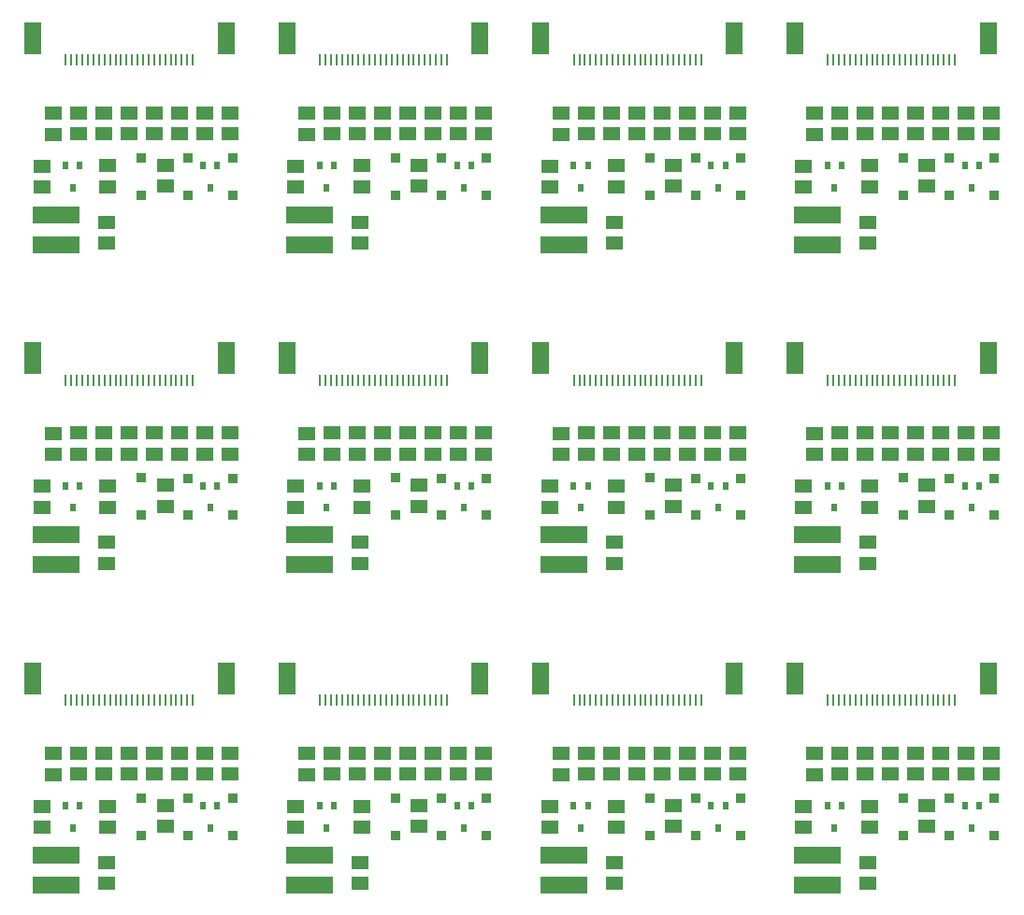
<source format=gtp>
G04 #@! TF.GenerationSoftware,KiCad,Pcbnew,no-vcs-found-91ed3e2~59~ubuntu16.04.1*
G04 #@! TF.CreationDate,2017-12-14T12:11:24+01:00*
G04 #@! TF.ProjectId,ESP32-epaper-adapter-pan,45535033322D6570617065722D616461,rev?*
G04 #@! TF.SameCoordinates,Original*
G04 #@! TF.FileFunction,Paste,Top*
G04 #@! TF.FilePolarity,Positive*
%FSLAX46Y46*%
G04 Gerber Fmt 4.6, Leading zero omitted, Abs format (unit mm)*
G04 Created by KiCad (PCBNEW no-vcs-found-91ed3e2~59~ubuntu16.04.1) date Thu Dec 14 12:11:24 2017*
%MOMM*%
%LPD*%
G01*
G04 APERTURE LIST*
%ADD10R,0.850900X0.850900*%
%ADD11R,1.498600X1.300480*%
%ADD12R,0.599440X0.800100*%
%ADD13R,4.200000X1.500000*%
%ADD14R,0.269240X1.000760*%
%ADD15R,1.500000X3.000000*%
G04 APERTURE END LIST*
D10*
X85526000Y-169923860D03*
X85526000Y-166576140D03*
X89590000Y-169923860D03*
X89590000Y-166576140D03*
D11*
X72318000Y-169202500D03*
X72318000Y-167297500D03*
D12*
X86907760Y-167249240D03*
X87558000Y-169250760D03*
X88208240Y-167249240D03*
D11*
X78314000Y-167289500D03*
X78314000Y-169194500D03*
X89336000Y-164376500D03*
X89336000Y-162471500D03*
X84764000Y-162471500D03*
X84764000Y-164376500D03*
X80192000Y-164376500D03*
X80192000Y-162471500D03*
X77906000Y-162471500D03*
X77906000Y-164376500D03*
X75620000Y-164376500D03*
X75620000Y-162471500D03*
X73334000Y-162535000D03*
X73334000Y-164440000D03*
X87050000Y-164376500D03*
X87050000Y-162471500D03*
X82478000Y-164376500D03*
X82478000Y-162471500D03*
X83494000Y-169139000D03*
X83494000Y-167234000D03*
X78160000Y-174282500D03*
X78160000Y-172377500D03*
D13*
X73588000Y-174426000D03*
X73588000Y-171726000D03*
D14*
X74506000Y-157710000D03*
X75006000Y-157710000D03*
X75506000Y-157710000D03*
X76006000Y-157710000D03*
X76506000Y-157710000D03*
X77006000Y-157710000D03*
X77506000Y-157710000D03*
X78006000Y-157710000D03*
X78506000Y-157710000D03*
X79006000Y-157710000D03*
X79506000Y-157710000D03*
X80006000Y-157710000D03*
X80506000Y-157710000D03*
X81006000Y-157710000D03*
X81506000Y-157710000D03*
X82006000Y-157710000D03*
X82506000Y-157710000D03*
X83006000Y-157710000D03*
X83506000Y-157710000D03*
X84006000Y-157710000D03*
X84506000Y-157710000D03*
X85006000Y-157710000D03*
X85506000Y-157710000D03*
X86006000Y-157710000D03*
D15*
X89006000Y-155710000D03*
X71506000Y-155710000D03*
D10*
X81362000Y-166568140D03*
X81362000Y-169915860D03*
D12*
X75762240Y-167249240D03*
X75112000Y-169250760D03*
X74461760Y-167249240D03*
X97461760Y-167249240D03*
X98112000Y-169250760D03*
X98762240Y-167249240D03*
D10*
X104362000Y-169915860D03*
X104362000Y-166568140D03*
D15*
X94506000Y-155710000D03*
X112006000Y-155710000D03*
D14*
X109006000Y-157710000D03*
X108506000Y-157710000D03*
X108006000Y-157710000D03*
X107506000Y-157710000D03*
X107006000Y-157710000D03*
X106506000Y-157710000D03*
X106006000Y-157710000D03*
X105506000Y-157710000D03*
X105006000Y-157710000D03*
X104506000Y-157710000D03*
X104006000Y-157710000D03*
X103506000Y-157710000D03*
X103006000Y-157710000D03*
X102506000Y-157710000D03*
X102006000Y-157710000D03*
X101506000Y-157710000D03*
X101006000Y-157710000D03*
X100506000Y-157710000D03*
X100006000Y-157710000D03*
X99506000Y-157710000D03*
X99006000Y-157710000D03*
X98506000Y-157710000D03*
X98006000Y-157710000D03*
X97506000Y-157710000D03*
D13*
X96588000Y-171726000D03*
X96588000Y-174426000D03*
D11*
X101160000Y-172377500D03*
X101160000Y-174282500D03*
X106494000Y-167234000D03*
X106494000Y-169139000D03*
X105478000Y-162471500D03*
X105478000Y-164376500D03*
X110050000Y-162471500D03*
X110050000Y-164376500D03*
X96334000Y-164440000D03*
X96334000Y-162535000D03*
X98620000Y-162471500D03*
X98620000Y-164376500D03*
X100906000Y-164376500D03*
X100906000Y-162471500D03*
X103192000Y-162471500D03*
X103192000Y-164376500D03*
X107764000Y-164376500D03*
X107764000Y-162471500D03*
X112336000Y-162471500D03*
X112336000Y-164376500D03*
X101314000Y-169194500D03*
X101314000Y-167289500D03*
D12*
X111208240Y-167249240D03*
X110558000Y-169250760D03*
X109907760Y-167249240D03*
D11*
X95318000Y-167297500D03*
X95318000Y-169202500D03*
D10*
X112590000Y-166576140D03*
X112590000Y-169923860D03*
X108526000Y-166576140D03*
X108526000Y-169923860D03*
X62526000Y-169923860D03*
X62526000Y-166576140D03*
X66590000Y-169923860D03*
X66590000Y-166576140D03*
D11*
X49318000Y-169202500D03*
X49318000Y-167297500D03*
D12*
X63907760Y-167249240D03*
X64558000Y-169250760D03*
X65208240Y-167249240D03*
D11*
X55314000Y-167289500D03*
X55314000Y-169194500D03*
X66336000Y-164376500D03*
X66336000Y-162471500D03*
X61764000Y-162471500D03*
X61764000Y-164376500D03*
X57192000Y-164376500D03*
X57192000Y-162471500D03*
X54906000Y-162471500D03*
X54906000Y-164376500D03*
X52620000Y-164376500D03*
X52620000Y-162471500D03*
X50334000Y-162535000D03*
X50334000Y-164440000D03*
X64050000Y-164376500D03*
X64050000Y-162471500D03*
X59478000Y-164376500D03*
X59478000Y-162471500D03*
X60494000Y-169139000D03*
X60494000Y-167234000D03*
X55160000Y-174282500D03*
X55160000Y-172377500D03*
D13*
X50588000Y-174426000D03*
X50588000Y-171726000D03*
D14*
X51506000Y-157710000D03*
X52006000Y-157710000D03*
X52506000Y-157710000D03*
X53006000Y-157710000D03*
X53506000Y-157710000D03*
X54006000Y-157710000D03*
X54506000Y-157710000D03*
X55006000Y-157710000D03*
X55506000Y-157710000D03*
X56006000Y-157710000D03*
X56506000Y-157710000D03*
X57006000Y-157710000D03*
X57506000Y-157710000D03*
X58006000Y-157710000D03*
X58506000Y-157710000D03*
X59006000Y-157710000D03*
X59506000Y-157710000D03*
X60006000Y-157710000D03*
X60506000Y-157710000D03*
X61006000Y-157710000D03*
X61506000Y-157710000D03*
X62006000Y-157710000D03*
X62506000Y-157710000D03*
X63006000Y-157710000D03*
D15*
X66006000Y-155710000D03*
X48506000Y-155710000D03*
D10*
X58362000Y-166568140D03*
X58362000Y-169915860D03*
D12*
X52762240Y-167249240D03*
X52112000Y-169250760D03*
X51461760Y-167249240D03*
X28461760Y-167249240D03*
X29112000Y-169250760D03*
X29762240Y-167249240D03*
D10*
X35362000Y-169915860D03*
X35362000Y-166568140D03*
D15*
X25506000Y-155710000D03*
X43006000Y-155710000D03*
D14*
X40006000Y-157710000D03*
X39506000Y-157710000D03*
X39006000Y-157710000D03*
X38506000Y-157710000D03*
X38006000Y-157710000D03*
X37506000Y-157710000D03*
X37006000Y-157710000D03*
X36506000Y-157710000D03*
X36006000Y-157710000D03*
X35506000Y-157710000D03*
X35006000Y-157710000D03*
X34506000Y-157710000D03*
X34006000Y-157710000D03*
X33506000Y-157710000D03*
X33006000Y-157710000D03*
X32506000Y-157710000D03*
X32006000Y-157710000D03*
X31506000Y-157710000D03*
X31006000Y-157710000D03*
X30506000Y-157710000D03*
X30006000Y-157710000D03*
X29506000Y-157710000D03*
X29006000Y-157710000D03*
X28506000Y-157710000D03*
D13*
X27588000Y-171726000D03*
X27588000Y-174426000D03*
D11*
X32160000Y-172377500D03*
X32160000Y-174282500D03*
X37494000Y-167234000D03*
X37494000Y-169139000D03*
X36478000Y-162471500D03*
X36478000Y-164376500D03*
X41050000Y-162471500D03*
X41050000Y-164376500D03*
X27334000Y-164440000D03*
X27334000Y-162535000D03*
X29620000Y-162471500D03*
X29620000Y-164376500D03*
X31906000Y-164376500D03*
X31906000Y-162471500D03*
X34192000Y-162471500D03*
X34192000Y-164376500D03*
X38764000Y-164376500D03*
X38764000Y-162471500D03*
X43336000Y-162471500D03*
X43336000Y-164376500D03*
X32314000Y-169194500D03*
X32314000Y-167289500D03*
D12*
X42208240Y-167249240D03*
X41558000Y-169250760D03*
X40907760Y-167249240D03*
D11*
X26318000Y-167297500D03*
X26318000Y-169202500D03*
D10*
X43590000Y-166576140D03*
X43590000Y-169923860D03*
X39526000Y-166576140D03*
X39526000Y-169923860D03*
X85526000Y-140923860D03*
X85526000Y-137576140D03*
X89590000Y-140923860D03*
X89590000Y-137576140D03*
D11*
X72318000Y-140202500D03*
X72318000Y-138297500D03*
D12*
X86907760Y-138249240D03*
X87558000Y-140250760D03*
X88208240Y-138249240D03*
D11*
X78314000Y-138289500D03*
X78314000Y-140194500D03*
X89336000Y-135376500D03*
X89336000Y-133471500D03*
X84764000Y-133471500D03*
X84764000Y-135376500D03*
X80192000Y-135376500D03*
X80192000Y-133471500D03*
X77906000Y-133471500D03*
X77906000Y-135376500D03*
X75620000Y-135376500D03*
X75620000Y-133471500D03*
X73334000Y-133535000D03*
X73334000Y-135440000D03*
X87050000Y-135376500D03*
X87050000Y-133471500D03*
X82478000Y-135376500D03*
X82478000Y-133471500D03*
X83494000Y-140139000D03*
X83494000Y-138234000D03*
X78160000Y-145282500D03*
X78160000Y-143377500D03*
D13*
X73588000Y-145426000D03*
X73588000Y-142726000D03*
D14*
X74506000Y-128710000D03*
X75006000Y-128710000D03*
X75506000Y-128710000D03*
X76006000Y-128710000D03*
X76506000Y-128710000D03*
X77006000Y-128710000D03*
X77506000Y-128710000D03*
X78006000Y-128710000D03*
X78506000Y-128710000D03*
X79006000Y-128710000D03*
X79506000Y-128710000D03*
X80006000Y-128710000D03*
X80506000Y-128710000D03*
X81006000Y-128710000D03*
X81506000Y-128710000D03*
X82006000Y-128710000D03*
X82506000Y-128710000D03*
X83006000Y-128710000D03*
X83506000Y-128710000D03*
X84006000Y-128710000D03*
X84506000Y-128710000D03*
X85006000Y-128710000D03*
X85506000Y-128710000D03*
X86006000Y-128710000D03*
D15*
X89006000Y-126710000D03*
X71506000Y-126710000D03*
D10*
X81362000Y-137568140D03*
X81362000Y-140915860D03*
D12*
X75762240Y-138249240D03*
X75112000Y-140250760D03*
X74461760Y-138249240D03*
X97461760Y-138249240D03*
X98112000Y-140250760D03*
X98762240Y-138249240D03*
D10*
X104362000Y-140915860D03*
X104362000Y-137568140D03*
D15*
X94506000Y-126710000D03*
X112006000Y-126710000D03*
D14*
X109006000Y-128710000D03*
X108506000Y-128710000D03*
X108006000Y-128710000D03*
X107506000Y-128710000D03*
X107006000Y-128710000D03*
X106506000Y-128710000D03*
X106006000Y-128710000D03*
X105506000Y-128710000D03*
X105006000Y-128710000D03*
X104506000Y-128710000D03*
X104006000Y-128710000D03*
X103506000Y-128710000D03*
X103006000Y-128710000D03*
X102506000Y-128710000D03*
X102006000Y-128710000D03*
X101506000Y-128710000D03*
X101006000Y-128710000D03*
X100506000Y-128710000D03*
X100006000Y-128710000D03*
X99506000Y-128710000D03*
X99006000Y-128710000D03*
X98506000Y-128710000D03*
X98006000Y-128710000D03*
X97506000Y-128710000D03*
D13*
X96588000Y-142726000D03*
X96588000Y-145426000D03*
D11*
X101160000Y-143377500D03*
X101160000Y-145282500D03*
X106494000Y-138234000D03*
X106494000Y-140139000D03*
X105478000Y-133471500D03*
X105478000Y-135376500D03*
X110050000Y-133471500D03*
X110050000Y-135376500D03*
X96334000Y-135440000D03*
X96334000Y-133535000D03*
X98620000Y-133471500D03*
X98620000Y-135376500D03*
X100906000Y-135376500D03*
X100906000Y-133471500D03*
X103192000Y-133471500D03*
X103192000Y-135376500D03*
X107764000Y-135376500D03*
X107764000Y-133471500D03*
X112336000Y-133471500D03*
X112336000Y-135376500D03*
X101314000Y-140194500D03*
X101314000Y-138289500D03*
D12*
X111208240Y-138249240D03*
X110558000Y-140250760D03*
X109907760Y-138249240D03*
D11*
X95318000Y-138297500D03*
X95318000Y-140202500D03*
D10*
X112590000Y-137576140D03*
X112590000Y-140923860D03*
X108526000Y-137576140D03*
X108526000Y-140923860D03*
X62526000Y-140923860D03*
X62526000Y-137576140D03*
X66590000Y-140923860D03*
X66590000Y-137576140D03*
D11*
X49318000Y-140202500D03*
X49318000Y-138297500D03*
D12*
X63907760Y-138249240D03*
X64558000Y-140250760D03*
X65208240Y-138249240D03*
D11*
X55314000Y-138289500D03*
X55314000Y-140194500D03*
X66336000Y-135376500D03*
X66336000Y-133471500D03*
X61764000Y-133471500D03*
X61764000Y-135376500D03*
X57192000Y-135376500D03*
X57192000Y-133471500D03*
X54906000Y-133471500D03*
X54906000Y-135376500D03*
X52620000Y-135376500D03*
X52620000Y-133471500D03*
X50334000Y-133535000D03*
X50334000Y-135440000D03*
X64050000Y-135376500D03*
X64050000Y-133471500D03*
X59478000Y-135376500D03*
X59478000Y-133471500D03*
X60494000Y-140139000D03*
X60494000Y-138234000D03*
X55160000Y-145282500D03*
X55160000Y-143377500D03*
D13*
X50588000Y-145426000D03*
X50588000Y-142726000D03*
D14*
X51506000Y-128710000D03*
X52006000Y-128710000D03*
X52506000Y-128710000D03*
X53006000Y-128710000D03*
X53506000Y-128710000D03*
X54006000Y-128710000D03*
X54506000Y-128710000D03*
X55006000Y-128710000D03*
X55506000Y-128710000D03*
X56006000Y-128710000D03*
X56506000Y-128710000D03*
X57006000Y-128710000D03*
X57506000Y-128710000D03*
X58006000Y-128710000D03*
X58506000Y-128710000D03*
X59006000Y-128710000D03*
X59506000Y-128710000D03*
X60006000Y-128710000D03*
X60506000Y-128710000D03*
X61006000Y-128710000D03*
X61506000Y-128710000D03*
X62006000Y-128710000D03*
X62506000Y-128710000D03*
X63006000Y-128710000D03*
D15*
X66006000Y-126710000D03*
X48506000Y-126710000D03*
D10*
X58362000Y-137568140D03*
X58362000Y-140915860D03*
D12*
X52762240Y-138249240D03*
X52112000Y-140250760D03*
X51461760Y-138249240D03*
X28461760Y-138249240D03*
X29112000Y-140250760D03*
X29762240Y-138249240D03*
D10*
X35362000Y-140915860D03*
X35362000Y-137568140D03*
D15*
X25506000Y-126710000D03*
X43006000Y-126710000D03*
D14*
X40006000Y-128710000D03*
X39506000Y-128710000D03*
X39006000Y-128710000D03*
X38506000Y-128710000D03*
X38006000Y-128710000D03*
X37506000Y-128710000D03*
X37006000Y-128710000D03*
X36506000Y-128710000D03*
X36006000Y-128710000D03*
X35506000Y-128710000D03*
X35006000Y-128710000D03*
X34506000Y-128710000D03*
X34006000Y-128710000D03*
X33506000Y-128710000D03*
X33006000Y-128710000D03*
X32506000Y-128710000D03*
X32006000Y-128710000D03*
X31506000Y-128710000D03*
X31006000Y-128710000D03*
X30506000Y-128710000D03*
X30006000Y-128710000D03*
X29506000Y-128710000D03*
X29006000Y-128710000D03*
X28506000Y-128710000D03*
D13*
X27588000Y-142726000D03*
X27588000Y-145426000D03*
D11*
X32160000Y-143377500D03*
X32160000Y-145282500D03*
X37494000Y-138234000D03*
X37494000Y-140139000D03*
X36478000Y-133471500D03*
X36478000Y-135376500D03*
X41050000Y-133471500D03*
X41050000Y-135376500D03*
X27334000Y-135440000D03*
X27334000Y-133535000D03*
X29620000Y-133471500D03*
X29620000Y-135376500D03*
X31906000Y-135376500D03*
X31906000Y-133471500D03*
X34192000Y-133471500D03*
X34192000Y-135376500D03*
X38764000Y-135376500D03*
X38764000Y-133471500D03*
X43336000Y-133471500D03*
X43336000Y-135376500D03*
X32314000Y-140194500D03*
X32314000Y-138289500D03*
D12*
X42208240Y-138249240D03*
X41558000Y-140250760D03*
X40907760Y-138249240D03*
D11*
X26318000Y-138297500D03*
X26318000Y-140202500D03*
D10*
X43590000Y-137576140D03*
X43590000Y-140923860D03*
X39526000Y-137576140D03*
X39526000Y-140923860D03*
X85526000Y-111923860D03*
X85526000Y-108576140D03*
X89590000Y-111923860D03*
X89590000Y-108576140D03*
D11*
X72318000Y-111202500D03*
X72318000Y-109297500D03*
D12*
X86907760Y-109249240D03*
X87558000Y-111250760D03*
X88208240Y-109249240D03*
D11*
X78314000Y-109289500D03*
X78314000Y-111194500D03*
X89336000Y-106376500D03*
X89336000Y-104471500D03*
X84764000Y-104471500D03*
X84764000Y-106376500D03*
X80192000Y-106376500D03*
X80192000Y-104471500D03*
X77906000Y-104471500D03*
X77906000Y-106376500D03*
X75620000Y-106376500D03*
X75620000Y-104471500D03*
X73334000Y-104535000D03*
X73334000Y-106440000D03*
X87050000Y-106376500D03*
X87050000Y-104471500D03*
X82478000Y-106376500D03*
X82478000Y-104471500D03*
X83494000Y-111139000D03*
X83494000Y-109234000D03*
X78160000Y-116282500D03*
X78160000Y-114377500D03*
D13*
X73588000Y-116426000D03*
X73588000Y-113726000D03*
D14*
X74506000Y-99710000D03*
X75006000Y-99710000D03*
X75506000Y-99710000D03*
X76006000Y-99710000D03*
X76506000Y-99710000D03*
X77006000Y-99710000D03*
X77506000Y-99710000D03*
X78006000Y-99710000D03*
X78506000Y-99710000D03*
X79006000Y-99710000D03*
X79506000Y-99710000D03*
X80006000Y-99710000D03*
X80506000Y-99710000D03*
X81006000Y-99710000D03*
X81506000Y-99710000D03*
X82006000Y-99710000D03*
X82506000Y-99710000D03*
X83006000Y-99710000D03*
X83506000Y-99710000D03*
X84006000Y-99710000D03*
X84506000Y-99710000D03*
X85006000Y-99710000D03*
X85506000Y-99710000D03*
X86006000Y-99710000D03*
D15*
X89006000Y-97710000D03*
X71506000Y-97710000D03*
D10*
X81362000Y-108568140D03*
X81362000Y-111915860D03*
D12*
X75762240Y-109249240D03*
X75112000Y-111250760D03*
X74461760Y-109249240D03*
X97461760Y-109249240D03*
X98112000Y-111250760D03*
X98762240Y-109249240D03*
D10*
X104362000Y-111915860D03*
X104362000Y-108568140D03*
D15*
X94506000Y-97710000D03*
X112006000Y-97710000D03*
D14*
X109006000Y-99710000D03*
X108506000Y-99710000D03*
X108006000Y-99710000D03*
X107506000Y-99710000D03*
X107006000Y-99710000D03*
X106506000Y-99710000D03*
X106006000Y-99710000D03*
X105506000Y-99710000D03*
X105006000Y-99710000D03*
X104506000Y-99710000D03*
X104006000Y-99710000D03*
X103506000Y-99710000D03*
X103006000Y-99710000D03*
X102506000Y-99710000D03*
X102006000Y-99710000D03*
X101506000Y-99710000D03*
X101006000Y-99710000D03*
X100506000Y-99710000D03*
X100006000Y-99710000D03*
X99506000Y-99710000D03*
X99006000Y-99710000D03*
X98506000Y-99710000D03*
X98006000Y-99710000D03*
X97506000Y-99710000D03*
D13*
X96588000Y-113726000D03*
X96588000Y-116426000D03*
D11*
X101160000Y-114377500D03*
X101160000Y-116282500D03*
X106494000Y-109234000D03*
X106494000Y-111139000D03*
X105478000Y-104471500D03*
X105478000Y-106376500D03*
X110050000Y-104471500D03*
X110050000Y-106376500D03*
X96334000Y-106440000D03*
X96334000Y-104535000D03*
X98620000Y-104471500D03*
X98620000Y-106376500D03*
X100906000Y-106376500D03*
X100906000Y-104471500D03*
X103192000Y-104471500D03*
X103192000Y-106376500D03*
X107764000Y-106376500D03*
X107764000Y-104471500D03*
X112336000Y-104471500D03*
X112336000Y-106376500D03*
X101314000Y-111194500D03*
X101314000Y-109289500D03*
D12*
X111208240Y-109249240D03*
X110558000Y-111250760D03*
X109907760Y-109249240D03*
D11*
X95318000Y-109297500D03*
X95318000Y-111202500D03*
D10*
X112590000Y-108576140D03*
X112590000Y-111923860D03*
X108526000Y-108576140D03*
X108526000Y-111923860D03*
X62526000Y-111923860D03*
X62526000Y-108576140D03*
X66590000Y-111923860D03*
X66590000Y-108576140D03*
D11*
X49318000Y-111202500D03*
X49318000Y-109297500D03*
D12*
X63907760Y-109249240D03*
X64558000Y-111250760D03*
X65208240Y-109249240D03*
D11*
X55314000Y-109289500D03*
X55314000Y-111194500D03*
X66336000Y-106376500D03*
X66336000Y-104471500D03*
X61764000Y-104471500D03*
X61764000Y-106376500D03*
X57192000Y-106376500D03*
X57192000Y-104471500D03*
X54906000Y-104471500D03*
X54906000Y-106376500D03*
X52620000Y-106376500D03*
X52620000Y-104471500D03*
X50334000Y-104535000D03*
X50334000Y-106440000D03*
X64050000Y-106376500D03*
X64050000Y-104471500D03*
X59478000Y-106376500D03*
X59478000Y-104471500D03*
X60494000Y-111139000D03*
X60494000Y-109234000D03*
X55160000Y-116282500D03*
X55160000Y-114377500D03*
D13*
X50588000Y-116426000D03*
X50588000Y-113726000D03*
D14*
X51506000Y-99710000D03*
X52006000Y-99710000D03*
X52506000Y-99710000D03*
X53006000Y-99710000D03*
X53506000Y-99710000D03*
X54006000Y-99710000D03*
X54506000Y-99710000D03*
X55006000Y-99710000D03*
X55506000Y-99710000D03*
X56006000Y-99710000D03*
X56506000Y-99710000D03*
X57006000Y-99710000D03*
X57506000Y-99710000D03*
X58006000Y-99710000D03*
X58506000Y-99710000D03*
X59006000Y-99710000D03*
X59506000Y-99710000D03*
X60006000Y-99710000D03*
X60506000Y-99710000D03*
X61006000Y-99710000D03*
X61506000Y-99710000D03*
X62006000Y-99710000D03*
X62506000Y-99710000D03*
X63006000Y-99710000D03*
D15*
X66006000Y-97710000D03*
X48506000Y-97710000D03*
D10*
X58362000Y-108568140D03*
X58362000Y-111915860D03*
D12*
X52762240Y-109249240D03*
X52112000Y-111250760D03*
X51461760Y-109249240D03*
X28461760Y-109249240D03*
X29112000Y-111250760D03*
X29762240Y-109249240D03*
D10*
X35362000Y-111915860D03*
X35362000Y-108568140D03*
D15*
X25506000Y-97710000D03*
X43006000Y-97710000D03*
D14*
X40006000Y-99710000D03*
X39506000Y-99710000D03*
X39006000Y-99710000D03*
X38506000Y-99710000D03*
X38006000Y-99710000D03*
X37506000Y-99710000D03*
X37006000Y-99710000D03*
X36506000Y-99710000D03*
X36006000Y-99710000D03*
X35506000Y-99710000D03*
X35006000Y-99710000D03*
X34506000Y-99710000D03*
X34006000Y-99710000D03*
X33506000Y-99710000D03*
X33006000Y-99710000D03*
X32506000Y-99710000D03*
X32006000Y-99710000D03*
X31506000Y-99710000D03*
X31006000Y-99710000D03*
X30506000Y-99710000D03*
X30006000Y-99710000D03*
X29506000Y-99710000D03*
X29006000Y-99710000D03*
X28506000Y-99710000D03*
D13*
X27588000Y-113726000D03*
X27588000Y-116426000D03*
D11*
X32160000Y-114377500D03*
X32160000Y-116282500D03*
X37494000Y-109234000D03*
X37494000Y-111139000D03*
X36478000Y-104471500D03*
X36478000Y-106376500D03*
X41050000Y-104471500D03*
X41050000Y-106376500D03*
X27334000Y-106440000D03*
X27334000Y-104535000D03*
X29620000Y-104471500D03*
X29620000Y-106376500D03*
X31906000Y-106376500D03*
X31906000Y-104471500D03*
X34192000Y-104471500D03*
X34192000Y-106376500D03*
X38764000Y-106376500D03*
X38764000Y-104471500D03*
X43336000Y-104471500D03*
X43336000Y-106376500D03*
X32314000Y-111194500D03*
X32314000Y-109289500D03*
D12*
X42208240Y-109249240D03*
X41558000Y-111250760D03*
X40907760Y-109249240D03*
D11*
X26318000Y-109297500D03*
X26318000Y-111202500D03*
D10*
X43590000Y-108576140D03*
X43590000Y-111923860D03*
X39526000Y-108576140D03*
X39526000Y-111923860D03*
M02*

</source>
